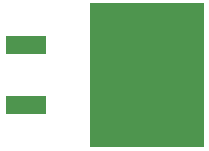
<source format=gbr>
%TF.GenerationSoftware,KiCad,Pcbnew,8.0.6-8.0.6-0~ubuntu24.04.1*%
%TF.CreationDate,2024-10-27T16:32:26+01:00*%
%TF.ProjectId,LoRa,4c6f5261-2e6b-4696-9361-645f70636258,rev?*%
%TF.SameCoordinates,Original*%
%TF.FileFunction,Paste,Bot*%
%TF.FilePolarity,Positive*%
%FSLAX46Y46*%
G04 Gerber Fmt 4.6, Leading zero omitted, Abs format (unit mm)*
G04 Created by KiCad (PCBNEW 8.0.6-8.0.6-0~ubuntu24.04.1) date 2024-10-27 16:32:26*
%MOMM*%
%LPD*%
G01*
G04 APERTURE LIST*
%ADD10R,3.500000X1.600000*%
%ADD11R,9.750000X12.200000*%
G04 APERTURE END LIST*
D10*
%TO.C,IC2*%
X102245000Y-79010000D03*
X102245000Y-73930000D03*
D11*
X112520000Y-76470000D03*
%TD*%
M02*

</source>
